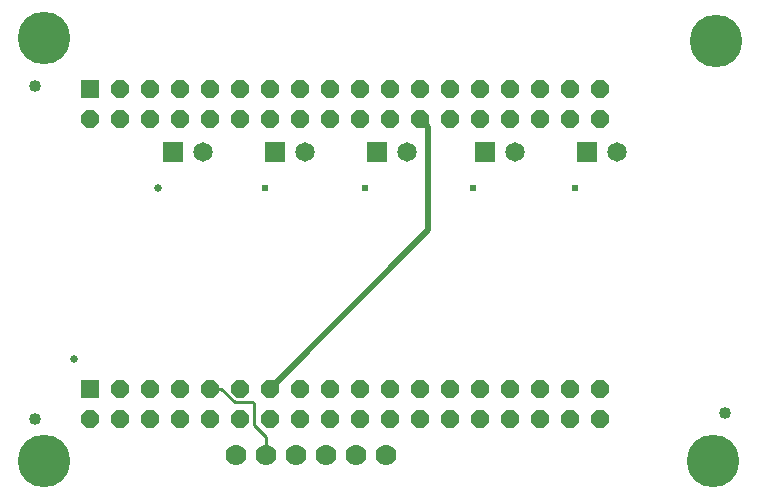
<source format=gbr>
G04 EAGLE Gerber RS-274X export*
G75*
%MOMM*%
%FSLAX34Y34*%
%LPD*%
%INBottom Copper*%
%IPPOS*%
%AMOC8*
5,1,8,0,0,1.08239X$1,22.5*%
G01*
%ADD10R,1.524000X1.524000*%
%ADD11P,1.649562X8X22.500000*%
%ADD12R,1.651000X1.651000*%
%ADD13C,1.651000*%
%ADD14C,4.445000*%
%ADD15C,1.778000*%
%ADD16C,1.016000*%
%ADD17C,0.654800*%
%ADD18C,0.609600*%
%ADD19C,0.508000*%
%ADD20C,0.254000*%


D10*
X71800Y345700D03*
D11*
X71800Y320300D03*
X97200Y345700D03*
X97200Y320300D03*
X122600Y345700D03*
X122600Y320300D03*
X148000Y345700D03*
X148000Y320300D03*
X173400Y345700D03*
X173400Y320300D03*
X198800Y345700D03*
X198800Y320300D03*
X224200Y345700D03*
X224200Y320300D03*
X249600Y345700D03*
X249600Y320300D03*
X275000Y345700D03*
X275000Y320300D03*
X300400Y345700D03*
X300400Y320300D03*
X325800Y345700D03*
X325800Y320300D03*
X351200Y345700D03*
X351200Y320300D03*
X376600Y345700D03*
X376600Y320300D03*
X402000Y345700D03*
X402000Y320300D03*
X427400Y345700D03*
X427400Y320300D03*
X452800Y345700D03*
X452800Y320300D03*
X478200Y345700D03*
X478200Y320300D03*
X503600Y345700D03*
X503600Y320300D03*
D10*
X71800Y91700D03*
D11*
X71800Y66300D03*
X97200Y91700D03*
X97200Y66300D03*
X122600Y91700D03*
X122600Y66300D03*
X148000Y91700D03*
X148000Y66300D03*
X173400Y91700D03*
X173400Y66300D03*
X198800Y91700D03*
X198800Y66300D03*
X224200Y91700D03*
X224200Y66300D03*
X249600Y91700D03*
X249600Y66300D03*
X275000Y91700D03*
X275000Y66300D03*
X300400Y91700D03*
X300400Y66300D03*
X325800Y91700D03*
X325800Y66300D03*
X351200Y91700D03*
X351200Y66300D03*
X376600Y91700D03*
X376600Y66300D03*
X402000Y91700D03*
X402000Y66300D03*
X427400Y91700D03*
X427400Y66300D03*
X452800Y91700D03*
X452800Y66300D03*
X478200Y91700D03*
X478200Y66300D03*
X503600Y91700D03*
X503600Y66300D03*
D12*
X142240Y292100D03*
D13*
X167640Y292100D03*
D14*
X33020Y388620D03*
D15*
X322400Y35240D03*
X297000Y35240D03*
X271600Y35240D03*
X246200Y35240D03*
X220800Y35240D03*
X195400Y35240D03*
D12*
X228600Y292100D03*
D13*
X254000Y292100D03*
D12*
X314960Y292100D03*
D13*
X340360Y292100D03*
D12*
X406400Y292100D03*
D13*
X431800Y292100D03*
D12*
X492760Y292100D03*
D13*
X518160Y292100D03*
D14*
X33020Y30480D03*
X599440Y30480D03*
X601980Y386080D03*
D16*
X25400Y66040D03*
X25400Y347980D03*
X609600Y71120D03*
D17*
X129540Y261620D03*
X58420Y116840D03*
D18*
X219710Y261620D03*
X304800Y261620D03*
X396240Y261620D03*
X482600Y261620D03*
D19*
X358140Y313360D02*
X351200Y320300D01*
X358140Y225640D02*
X224200Y91700D01*
X358140Y225640D02*
X358140Y313360D01*
D20*
X220800Y50980D02*
X220800Y35240D01*
X210820Y60960D02*
X210820Y78740D01*
X209290Y80270D01*
X182636Y91700D02*
X173400Y91700D01*
X194066Y80270D02*
X209290Y80270D01*
X194066Y80270D02*
X182636Y91700D01*
X210820Y60960D02*
X220800Y50980D01*
M02*

</source>
